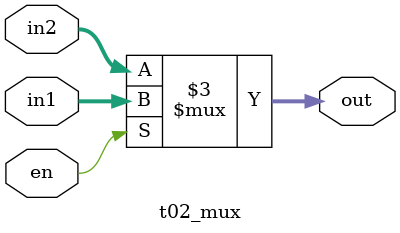
<source format=sv>
module t02_mux(
	input logic [31:0] in1, in2, 
	input logic en,
	output logic [31:0] out);

	always_comb begin
		if(en) 
			out = in1;
		else
			out = in2;
	end
endmodule
</source>
